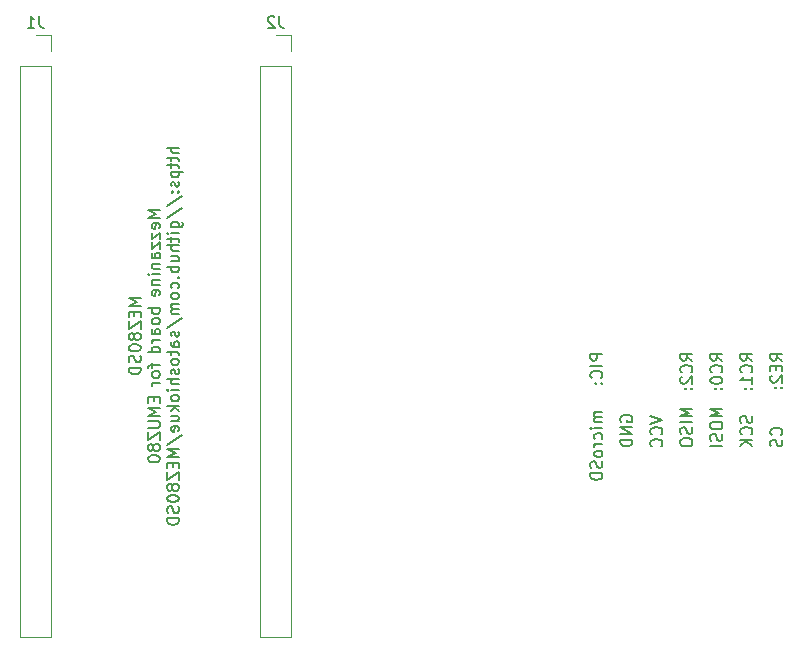
<source format=gbo>
G04 #@! TF.GenerationSoftware,KiCad,Pcbnew,(7.0.0-0)*
G04 #@! TF.CreationDate,2023-02-21T12:21:14+09:00*
G04 #@! TF.ProjectId,MEZ80SD,4d455a38-3053-4442-9e6b-696361645f70,A*
G04 #@! TF.SameCoordinates,PX5f5e100PY8f0d180*
G04 #@! TF.FileFunction,Legend,Bot*
G04 #@! TF.FilePolarity,Positive*
%FSLAX46Y46*%
G04 Gerber Fmt 4.6, Leading zero omitted, Abs format (unit mm)*
G04 Created by KiCad (PCBNEW (7.0.0-0)) date 2023-02-21 12:21:14*
%MOMM*%
%LPD*%
G01*
G04 APERTURE LIST*
%ADD10C,0.150000*%
%ADD11C,0.120000*%
G04 APERTURE END LIST*
D10*
X53072380Y20208905D02*
X52405714Y20208905D01*
X52500952Y20208905D02*
X52453333Y20161286D01*
X52453333Y20161286D02*
X52405714Y20066048D01*
X52405714Y20066048D02*
X52405714Y19923191D01*
X52405714Y19923191D02*
X52453333Y19827953D01*
X52453333Y19827953D02*
X52548571Y19780334D01*
X52548571Y19780334D02*
X53072380Y19780334D01*
X52548571Y19780334D02*
X52453333Y19732715D01*
X52453333Y19732715D02*
X52405714Y19637477D01*
X52405714Y19637477D02*
X52405714Y19494620D01*
X52405714Y19494620D02*
X52453333Y19399381D01*
X52453333Y19399381D02*
X52548571Y19351762D01*
X52548571Y19351762D02*
X53072380Y19351762D01*
X53072380Y18875572D02*
X52405714Y18875572D01*
X52072380Y18875572D02*
X52120000Y18923191D01*
X52120000Y18923191D02*
X52167619Y18875572D01*
X52167619Y18875572D02*
X52120000Y18827953D01*
X52120000Y18827953D02*
X52072380Y18875572D01*
X52072380Y18875572D02*
X52167619Y18875572D01*
X53024761Y17970811D02*
X53072380Y18066049D01*
X53072380Y18066049D02*
X53072380Y18256525D01*
X53072380Y18256525D02*
X53024761Y18351763D01*
X53024761Y18351763D02*
X52977142Y18399382D01*
X52977142Y18399382D02*
X52881904Y18447001D01*
X52881904Y18447001D02*
X52596190Y18447001D01*
X52596190Y18447001D02*
X52500952Y18399382D01*
X52500952Y18399382D02*
X52453333Y18351763D01*
X52453333Y18351763D02*
X52405714Y18256525D01*
X52405714Y18256525D02*
X52405714Y18066049D01*
X52405714Y18066049D02*
X52453333Y17970811D01*
X53072380Y17542239D02*
X52405714Y17542239D01*
X52596190Y17542239D02*
X52500952Y17494620D01*
X52500952Y17494620D02*
X52453333Y17447001D01*
X52453333Y17447001D02*
X52405714Y17351763D01*
X52405714Y17351763D02*
X52405714Y17256525D01*
X53072380Y16780334D02*
X53024761Y16875572D01*
X53024761Y16875572D02*
X52977142Y16923191D01*
X52977142Y16923191D02*
X52881904Y16970810D01*
X52881904Y16970810D02*
X52596190Y16970810D01*
X52596190Y16970810D02*
X52500952Y16923191D01*
X52500952Y16923191D02*
X52453333Y16875572D01*
X52453333Y16875572D02*
X52405714Y16780334D01*
X52405714Y16780334D02*
X52405714Y16637477D01*
X52405714Y16637477D02*
X52453333Y16542239D01*
X52453333Y16542239D02*
X52500952Y16494620D01*
X52500952Y16494620D02*
X52596190Y16447001D01*
X52596190Y16447001D02*
X52881904Y16447001D01*
X52881904Y16447001D02*
X52977142Y16494620D01*
X52977142Y16494620D02*
X53024761Y16542239D01*
X53024761Y16542239D02*
X53072380Y16637477D01*
X53072380Y16637477D02*
X53072380Y16780334D01*
X53024761Y16066048D02*
X53072380Y15923191D01*
X53072380Y15923191D02*
X53072380Y15685096D01*
X53072380Y15685096D02*
X53024761Y15589858D01*
X53024761Y15589858D02*
X52977142Y15542239D01*
X52977142Y15542239D02*
X52881904Y15494620D01*
X52881904Y15494620D02*
X52786666Y15494620D01*
X52786666Y15494620D02*
X52691428Y15542239D01*
X52691428Y15542239D02*
X52643809Y15589858D01*
X52643809Y15589858D02*
X52596190Y15685096D01*
X52596190Y15685096D02*
X52548571Y15875572D01*
X52548571Y15875572D02*
X52500952Y15970810D01*
X52500952Y15970810D02*
X52453333Y16018429D01*
X52453333Y16018429D02*
X52358095Y16066048D01*
X52358095Y16066048D02*
X52262857Y16066048D01*
X52262857Y16066048D02*
X52167619Y16018429D01*
X52167619Y16018429D02*
X52120000Y15970810D01*
X52120000Y15970810D02*
X52072380Y15875572D01*
X52072380Y15875572D02*
X52072380Y15637477D01*
X52072380Y15637477D02*
X52120000Y15494620D01*
X53072380Y15066048D02*
X52072380Y15066048D01*
X52072380Y15066048D02*
X52072380Y14827953D01*
X52072380Y14827953D02*
X52120000Y14685096D01*
X52120000Y14685096D02*
X52215238Y14589858D01*
X52215238Y14589858D02*
X52310476Y14542239D01*
X52310476Y14542239D02*
X52500952Y14494620D01*
X52500952Y14494620D02*
X52643809Y14494620D01*
X52643809Y14494620D02*
X52834285Y14542239D01*
X52834285Y14542239D02*
X52929523Y14589858D01*
X52929523Y14589858D02*
X53024761Y14685096D01*
X53024761Y14685096D02*
X53072380Y14827953D01*
X53072380Y14827953D02*
X53072380Y15066048D01*
X54660000Y19430715D02*
X54612380Y19525953D01*
X54612380Y19525953D02*
X54612380Y19668810D01*
X54612380Y19668810D02*
X54660000Y19811667D01*
X54660000Y19811667D02*
X54755238Y19906905D01*
X54755238Y19906905D02*
X54850476Y19954524D01*
X54850476Y19954524D02*
X55040952Y20002143D01*
X55040952Y20002143D02*
X55183809Y20002143D01*
X55183809Y20002143D02*
X55374285Y19954524D01*
X55374285Y19954524D02*
X55469523Y19906905D01*
X55469523Y19906905D02*
X55564761Y19811667D01*
X55564761Y19811667D02*
X55612380Y19668810D01*
X55612380Y19668810D02*
X55612380Y19573572D01*
X55612380Y19573572D02*
X55564761Y19430715D01*
X55564761Y19430715D02*
X55517142Y19383096D01*
X55517142Y19383096D02*
X55183809Y19383096D01*
X55183809Y19383096D02*
X55183809Y19573572D01*
X55612380Y18954524D02*
X54612380Y18954524D01*
X54612380Y18954524D02*
X55612380Y18383096D01*
X55612380Y18383096D02*
X54612380Y18383096D01*
X55612380Y17906905D02*
X54612380Y17906905D01*
X54612380Y17906905D02*
X54612380Y17668810D01*
X54612380Y17668810D02*
X54660000Y17525953D01*
X54660000Y17525953D02*
X54755238Y17430715D01*
X54755238Y17430715D02*
X54850476Y17383096D01*
X54850476Y17383096D02*
X55040952Y17335477D01*
X55040952Y17335477D02*
X55183809Y17335477D01*
X55183809Y17335477D02*
X55374285Y17383096D01*
X55374285Y17383096D02*
X55469523Y17430715D01*
X55469523Y17430715D02*
X55564761Y17525953D01*
X55564761Y17525953D02*
X55612380Y17668810D01*
X55612380Y17668810D02*
X55612380Y17906905D01*
X68217142Y18287858D02*
X68264761Y18335477D01*
X68264761Y18335477D02*
X68312380Y18478334D01*
X68312380Y18478334D02*
X68312380Y18573572D01*
X68312380Y18573572D02*
X68264761Y18716429D01*
X68264761Y18716429D02*
X68169523Y18811667D01*
X68169523Y18811667D02*
X68074285Y18859286D01*
X68074285Y18859286D02*
X67883809Y18906905D01*
X67883809Y18906905D02*
X67740952Y18906905D01*
X67740952Y18906905D02*
X67550476Y18859286D01*
X67550476Y18859286D02*
X67455238Y18811667D01*
X67455238Y18811667D02*
X67360000Y18716429D01*
X67360000Y18716429D02*
X67312380Y18573572D01*
X67312380Y18573572D02*
X67312380Y18478334D01*
X67312380Y18478334D02*
X67360000Y18335477D01*
X67360000Y18335477D02*
X67407619Y18287858D01*
X68264761Y17906905D02*
X68312380Y17764048D01*
X68312380Y17764048D02*
X68312380Y17525953D01*
X68312380Y17525953D02*
X68264761Y17430715D01*
X68264761Y17430715D02*
X68217142Y17383096D01*
X68217142Y17383096D02*
X68121904Y17335477D01*
X68121904Y17335477D02*
X68026666Y17335477D01*
X68026666Y17335477D02*
X67931428Y17383096D01*
X67931428Y17383096D02*
X67883809Y17430715D01*
X67883809Y17430715D02*
X67836190Y17525953D01*
X67836190Y17525953D02*
X67788571Y17716429D01*
X67788571Y17716429D02*
X67740952Y17811667D01*
X67740952Y17811667D02*
X67693333Y17859286D01*
X67693333Y17859286D02*
X67598095Y17906905D01*
X67598095Y17906905D02*
X67502857Y17906905D01*
X67502857Y17906905D02*
X67407619Y17859286D01*
X67407619Y17859286D02*
X67360000Y17811667D01*
X67360000Y17811667D02*
X67312380Y17716429D01*
X67312380Y17716429D02*
X67312380Y17478334D01*
X67312380Y17478334D02*
X67360000Y17335477D01*
X53072380Y25161905D02*
X52072380Y25161905D01*
X52072380Y25161905D02*
X52072380Y24780953D01*
X52072380Y24780953D02*
X52120000Y24685715D01*
X52120000Y24685715D02*
X52167619Y24638096D01*
X52167619Y24638096D02*
X52262857Y24590477D01*
X52262857Y24590477D02*
X52405714Y24590477D01*
X52405714Y24590477D02*
X52500952Y24638096D01*
X52500952Y24638096D02*
X52548571Y24685715D01*
X52548571Y24685715D02*
X52596190Y24780953D01*
X52596190Y24780953D02*
X52596190Y25161905D01*
X53072380Y24161905D02*
X52072380Y24161905D01*
X52977142Y23114287D02*
X53024761Y23161906D01*
X53024761Y23161906D02*
X53072380Y23304763D01*
X53072380Y23304763D02*
X53072380Y23400001D01*
X53072380Y23400001D02*
X53024761Y23542858D01*
X53024761Y23542858D02*
X52929523Y23638096D01*
X52929523Y23638096D02*
X52834285Y23685715D01*
X52834285Y23685715D02*
X52643809Y23733334D01*
X52643809Y23733334D02*
X52500952Y23733334D01*
X52500952Y23733334D02*
X52310476Y23685715D01*
X52310476Y23685715D02*
X52215238Y23638096D01*
X52215238Y23638096D02*
X52120000Y23542858D01*
X52120000Y23542858D02*
X52072380Y23400001D01*
X52072380Y23400001D02*
X52072380Y23304763D01*
X52072380Y23304763D02*
X52120000Y23161906D01*
X52120000Y23161906D02*
X52167619Y23114287D01*
X52977142Y22685715D02*
X53024761Y22638096D01*
X53024761Y22638096D02*
X53072380Y22685715D01*
X53072380Y22685715D02*
X53024761Y22733334D01*
X53024761Y22733334D02*
X52977142Y22685715D01*
X52977142Y22685715D02*
X53072380Y22685715D01*
X52453333Y22685715D02*
X52500952Y22638096D01*
X52500952Y22638096D02*
X52548571Y22685715D01*
X52548571Y22685715D02*
X52500952Y22733334D01*
X52500952Y22733334D02*
X52453333Y22685715D01*
X52453333Y22685715D02*
X52548571Y22685715D01*
X65724761Y19906905D02*
X65772380Y19764048D01*
X65772380Y19764048D02*
X65772380Y19525953D01*
X65772380Y19525953D02*
X65724761Y19430715D01*
X65724761Y19430715D02*
X65677142Y19383096D01*
X65677142Y19383096D02*
X65581904Y19335477D01*
X65581904Y19335477D02*
X65486666Y19335477D01*
X65486666Y19335477D02*
X65391428Y19383096D01*
X65391428Y19383096D02*
X65343809Y19430715D01*
X65343809Y19430715D02*
X65296190Y19525953D01*
X65296190Y19525953D02*
X65248571Y19716429D01*
X65248571Y19716429D02*
X65200952Y19811667D01*
X65200952Y19811667D02*
X65153333Y19859286D01*
X65153333Y19859286D02*
X65058095Y19906905D01*
X65058095Y19906905D02*
X64962857Y19906905D01*
X64962857Y19906905D02*
X64867619Y19859286D01*
X64867619Y19859286D02*
X64820000Y19811667D01*
X64820000Y19811667D02*
X64772380Y19716429D01*
X64772380Y19716429D02*
X64772380Y19478334D01*
X64772380Y19478334D02*
X64820000Y19335477D01*
X65677142Y18335477D02*
X65724761Y18383096D01*
X65724761Y18383096D02*
X65772380Y18525953D01*
X65772380Y18525953D02*
X65772380Y18621191D01*
X65772380Y18621191D02*
X65724761Y18764048D01*
X65724761Y18764048D02*
X65629523Y18859286D01*
X65629523Y18859286D02*
X65534285Y18906905D01*
X65534285Y18906905D02*
X65343809Y18954524D01*
X65343809Y18954524D02*
X65200952Y18954524D01*
X65200952Y18954524D02*
X65010476Y18906905D01*
X65010476Y18906905D02*
X64915238Y18859286D01*
X64915238Y18859286D02*
X64820000Y18764048D01*
X64820000Y18764048D02*
X64772380Y18621191D01*
X64772380Y18621191D02*
X64772380Y18525953D01*
X64772380Y18525953D02*
X64820000Y18383096D01*
X64820000Y18383096D02*
X64867619Y18335477D01*
X65772380Y17906905D02*
X64772380Y17906905D01*
X65772380Y17335477D02*
X65200952Y17764048D01*
X64772380Y17335477D02*
X65343809Y17906905D01*
X60692380Y24590477D02*
X60216190Y24923810D01*
X60692380Y25161905D02*
X59692380Y25161905D01*
X59692380Y25161905D02*
X59692380Y24780953D01*
X59692380Y24780953D02*
X59740000Y24685715D01*
X59740000Y24685715D02*
X59787619Y24638096D01*
X59787619Y24638096D02*
X59882857Y24590477D01*
X59882857Y24590477D02*
X60025714Y24590477D01*
X60025714Y24590477D02*
X60120952Y24638096D01*
X60120952Y24638096D02*
X60168571Y24685715D01*
X60168571Y24685715D02*
X60216190Y24780953D01*
X60216190Y24780953D02*
X60216190Y25161905D01*
X60597142Y23590477D02*
X60644761Y23638096D01*
X60644761Y23638096D02*
X60692380Y23780953D01*
X60692380Y23780953D02*
X60692380Y23876191D01*
X60692380Y23876191D02*
X60644761Y24019048D01*
X60644761Y24019048D02*
X60549523Y24114286D01*
X60549523Y24114286D02*
X60454285Y24161905D01*
X60454285Y24161905D02*
X60263809Y24209524D01*
X60263809Y24209524D02*
X60120952Y24209524D01*
X60120952Y24209524D02*
X59930476Y24161905D01*
X59930476Y24161905D02*
X59835238Y24114286D01*
X59835238Y24114286D02*
X59740000Y24019048D01*
X59740000Y24019048D02*
X59692380Y23876191D01*
X59692380Y23876191D02*
X59692380Y23780953D01*
X59692380Y23780953D02*
X59740000Y23638096D01*
X59740000Y23638096D02*
X59787619Y23590477D01*
X59787619Y23209524D02*
X59740000Y23161905D01*
X59740000Y23161905D02*
X59692380Y23066667D01*
X59692380Y23066667D02*
X59692380Y22828572D01*
X59692380Y22828572D02*
X59740000Y22733334D01*
X59740000Y22733334D02*
X59787619Y22685715D01*
X59787619Y22685715D02*
X59882857Y22638096D01*
X59882857Y22638096D02*
X59978095Y22638096D01*
X59978095Y22638096D02*
X60120952Y22685715D01*
X60120952Y22685715D02*
X60692380Y23257143D01*
X60692380Y23257143D02*
X60692380Y22638096D01*
X60597142Y22209524D02*
X60644761Y22161905D01*
X60644761Y22161905D02*
X60692380Y22209524D01*
X60692380Y22209524D02*
X60644761Y22257143D01*
X60644761Y22257143D02*
X60597142Y22209524D01*
X60597142Y22209524D02*
X60692380Y22209524D01*
X60073333Y22209524D02*
X60120952Y22161905D01*
X60120952Y22161905D02*
X60168571Y22209524D01*
X60168571Y22209524D02*
X60120952Y22257143D01*
X60120952Y22257143D02*
X60073333Y22209524D01*
X60073333Y22209524D02*
X60168571Y22209524D01*
X60692380Y20525952D02*
X59692380Y20525952D01*
X59692380Y20525952D02*
X60406666Y20192619D01*
X60406666Y20192619D02*
X59692380Y19859286D01*
X59692380Y19859286D02*
X60692380Y19859286D01*
X60692380Y19383095D02*
X59692380Y19383095D01*
X60644761Y18954524D02*
X60692380Y18811667D01*
X60692380Y18811667D02*
X60692380Y18573572D01*
X60692380Y18573572D02*
X60644761Y18478334D01*
X60644761Y18478334D02*
X60597142Y18430715D01*
X60597142Y18430715D02*
X60501904Y18383096D01*
X60501904Y18383096D02*
X60406666Y18383096D01*
X60406666Y18383096D02*
X60311428Y18430715D01*
X60311428Y18430715D02*
X60263809Y18478334D01*
X60263809Y18478334D02*
X60216190Y18573572D01*
X60216190Y18573572D02*
X60168571Y18764048D01*
X60168571Y18764048D02*
X60120952Y18859286D01*
X60120952Y18859286D02*
X60073333Y18906905D01*
X60073333Y18906905D02*
X59978095Y18954524D01*
X59978095Y18954524D02*
X59882857Y18954524D01*
X59882857Y18954524D02*
X59787619Y18906905D01*
X59787619Y18906905D02*
X59740000Y18859286D01*
X59740000Y18859286D02*
X59692380Y18764048D01*
X59692380Y18764048D02*
X59692380Y18525953D01*
X59692380Y18525953D02*
X59740000Y18383096D01*
X59692380Y17764048D02*
X59692380Y17573572D01*
X59692380Y17573572D02*
X59740000Y17478334D01*
X59740000Y17478334D02*
X59835238Y17383096D01*
X59835238Y17383096D02*
X60025714Y17335477D01*
X60025714Y17335477D02*
X60359047Y17335477D01*
X60359047Y17335477D02*
X60549523Y17383096D01*
X60549523Y17383096D02*
X60644761Y17478334D01*
X60644761Y17478334D02*
X60692380Y17573572D01*
X60692380Y17573572D02*
X60692380Y17764048D01*
X60692380Y17764048D02*
X60644761Y17859286D01*
X60644761Y17859286D02*
X60549523Y17954524D01*
X60549523Y17954524D02*
X60359047Y18002143D01*
X60359047Y18002143D02*
X60025714Y18002143D01*
X60025714Y18002143D02*
X59835238Y17954524D01*
X59835238Y17954524D02*
X59740000Y17859286D01*
X59740000Y17859286D02*
X59692380Y17764048D01*
X63232380Y20525952D02*
X62232380Y20525952D01*
X62232380Y20525952D02*
X62946666Y20192619D01*
X62946666Y20192619D02*
X62232380Y19859286D01*
X62232380Y19859286D02*
X63232380Y19859286D01*
X62232380Y19192619D02*
X62232380Y19002143D01*
X62232380Y19002143D02*
X62280000Y18906905D01*
X62280000Y18906905D02*
X62375238Y18811667D01*
X62375238Y18811667D02*
X62565714Y18764048D01*
X62565714Y18764048D02*
X62899047Y18764048D01*
X62899047Y18764048D02*
X63089523Y18811667D01*
X63089523Y18811667D02*
X63184761Y18906905D01*
X63184761Y18906905D02*
X63232380Y19002143D01*
X63232380Y19002143D02*
X63232380Y19192619D01*
X63232380Y19192619D02*
X63184761Y19287857D01*
X63184761Y19287857D02*
X63089523Y19383095D01*
X63089523Y19383095D02*
X62899047Y19430714D01*
X62899047Y19430714D02*
X62565714Y19430714D01*
X62565714Y19430714D02*
X62375238Y19383095D01*
X62375238Y19383095D02*
X62280000Y19287857D01*
X62280000Y19287857D02*
X62232380Y19192619D01*
X63184761Y18383095D02*
X63232380Y18240238D01*
X63232380Y18240238D02*
X63232380Y18002143D01*
X63232380Y18002143D02*
X63184761Y17906905D01*
X63184761Y17906905D02*
X63137142Y17859286D01*
X63137142Y17859286D02*
X63041904Y17811667D01*
X63041904Y17811667D02*
X62946666Y17811667D01*
X62946666Y17811667D02*
X62851428Y17859286D01*
X62851428Y17859286D02*
X62803809Y17906905D01*
X62803809Y17906905D02*
X62756190Y18002143D01*
X62756190Y18002143D02*
X62708571Y18192619D01*
X62708571Y18192619D02*
X62660952Y18287857D01*
X62660952Y18287857D02*
X62613333Y18335476D01*
X62613333Y18335476D02*
X62518095Y18383095D01*
X62518095Y18383095D02*
X62422857Y18383095D01*
X62422857Y18383095D02*
X62327619Y18335476D01*
X62327619Y18335476D02*
X62280000Y18287857D01*
X62280000Y18287857D02*
X62232380Y18192619D01*
X62232380Y18192619D02*
X62232380Y17954524D01*
X62232380Y17954524D02*
X62280000Y17811667D01*
X63232380Y17383095D02*
X62232380Y17383095D01*
X63232380Y24590477D02*
X62756190Y24923810D01*
X63232380Y25161905D02*
X62232380Y25161905D01*
X62232380Y25161905D02*
X62232380Y24780953D01*
X62232380Y24780953D02*
X62280000Y24685715D01*
X62280000Y24685715D02*
X62327619Y24638096D01*
X62327619Y24638096D02*
X62422857Y24590477D01*
X62422857Y24590477D02*
X62565714Y24590477D01*
X62565714Y24590477D02*
X62660952Y24638096D01*
X62660952Y24638096D02*
X62708571Y24685715D01*
X62708571Y24685715D02*
X62756190Y24780953D01*
X62756190Y24780953D02*
X62756190Y25161905D01*
X63137142Y23590477D02*
X63184761Y23638096D01*
X63184761Y23638096D02*
X63232380Y23780953D01*
X63232380Y23780953D02*
X63232380Y23876191D01*
X63232380Y23876191D02*
X63184761Y24019048D01*
X63184761Y24019048D02*
X63089523Y24114286D01*
X63089523Y24114286D02*
X62994285Y24161905D01*
X62994285Y24161905D02*
X62803809Y24209524D01*
X62803809Y24209524D02*
X62660952Y24209524D01*
X62660952Y24209524D02*
X62470476Y24161905D01*
X62470476Y24161905D02*
X62375238Y24114286D01*
X62375238Y24114286D02*
X62280000Y24019048D01*
X62280000Y24019048D02*
X62232380Y23876191D01*
X62232380Y23876191D02*
X62232380Y23780953D01*
X62232380Y23780953D02*
X62280000Y23638096D01*
X62280000Y23638096D02*
X62327619Y23590477D01*
X62232380Y22971429D02*
X62232380Y22876191D01*
X62232380Y22876191D02*
X62280000Y22780953D01*
X62280000Y22780953D02*
X62327619Y22733334D01*
X62327619Y22733334D02*
X62422857Y22685715D01*
X62422857Y22685715D02*
X62613333Y22638096D01*
X62613333Y22638096D02*
X62851428Y22638096D01*
X62851428Y22638096D02*
X63041904Y22685715D01*
X63041904Y22685715D02*
X63137142Y22733334D01*
X63137142Y22733334D02*
X63184761Y22780953D01*
X63184761Y22780953D02*
X63232380Y22876191D01*
X63232380Y22876191D02*
X63232380Y22971429D01*
X63232380Y22971429D02*
X63184761Y23066667D01*
X63184761Y23066667D02*
X63137142Y23114286D01*
X63137142Y23114286D02*
X63041904Y23161905D01*
X63041904Y23161905D02*
X62851428Y23209524D01*
X62851428Y23209524D02*
X62613333Y23209524D01*
X62613333Y23209524D02*
X62422857Y23161905D01*
X62422857Y23161905D02*
X62327619Y23114286D01*
X62327619Y23114286D02*
X62280000Y23066667D01*
X62280000Y23066667D02*
X62232380Y22971429D01*
X63137142Y22209524D02*
X63184761Y22161905D01*
X63184761Y22161905D02*
X63232380Y22209524D01*
X63232380Y22209524D02*
X63184761Y22257143D01*
X63184761Y22257143D02*
X63137142Y22209524D01*
X63137142Y22209524D02*
X63232380Y22209524D01*
X62613333Y22209524D02*
X62660952Y22161905D01*
X62660952Y22161905D02*
X62708571Y22209524D01*
X62708571Y22209524D02*
X62660952Y22257143D01*
X62660952Y22257143D02*
X62613333Y22209524D01*
X62613333Y22209524D02*
X62708571Y22209524D01*
X68312380Y24590477D02*
X67836190Y24923810D01*
X68312380Y25161905D02*
X67312380Y25161905D01*
X67312380Y25161905D02*
X67312380Y24780953D01*
X67312380Y24780953D02*
X67360000Y24685715D01*
X67360000Y24685715D02*
X67407619Y24638096D01*
X67407619Y24638096D02*
X67502857Y24590477D01*
X67502857Y24590477D02*
X67645714Y24590477D01*
X67645714Y24590477D02*
X67740952Y24638096D01*
X67740952Y24638096D02*
X67788571Y24685715D01*
X67788571Y24685715D02*
X67836190Y24780953D01*
X67836190Y24780953D02*
X67836190Y25161905D01*
X67788571Y24161905D02*
X67788571Y23828572D01*
X68312380Y23685715D02*
X68312380Y24161905D01*
X68312380Y24161905D02*
X67312380Y24161905D01*
X67312380Y24161905D02*
X67312380Y23685715D01*
X67407619Y23304762D02*
X67360000Y23257143D01*
X67360000Y23257143D02*
X67312380Y23161905D01*
X67312380Y23161905D02*
X67312380Y22923810D01*
X67312380Y22923810D02*
X67360000Y22828572D01*
X67360000Y22828572D02*
X67407619Y22780953D01*
X67407619Y22780953D02*
X67502857Y22733334D01*
X67502857Y22733334D02*
X67598095Y22733334D01*
X67598095Y22733334D02*
X67740952Y22780953D01*
X67740952Y22780953D02*
X68312380Y23352381D01*
X68312380Y23352381D02*
X68312380Y22733334D01*
X68217142Y22304762D02*
X68264761Y22257143D01*
X68264761Y22257143D02*
X68312380Y22304762D01*
X68312380Y22304762D02*
X68264761Y22352381D01*
X68264761Y22352381D02*
X68217142Y22304762D01*
X68217142Y22304762D02*
X68312380Y22304762D01*
X67693333Y22304762D02*
X67740952Y22257143D01*
X67740952Y22257143D02*
X67788571Y22304762D01*
X67788571Y22304762D02*
X67740952Y22352381D01*
X67740952Y22352381D02*
X67693333Y22304762D01*
X67693333Y22304762D02*
X67788571Y22304762D01*
X13987380Y29860476D02*
X12987380Y29860476D01*
X12987380Y29860476D02*
X13701666Y29527143D01*
X13701666Y29527143D02*
X12987380Y29193810D01*
X12987380Y29193810D02*
X13987380Y29193810D01*
X13463571Y28717619D02*
X13463571Y28384286D01*
X13987380Y28241429D02*
X13987380Y28717619D01*
X13987380Y28717619D02*
X12987380Y28717619D01*
X12987380Y28717619D02*
X12987380Y28241429D01*
X12987380Y27908095D02*
X12987380Y27241429D01*
X12987380Y27241429D02*
X13987380Y27908095D01*
X13987380Y27908095D02*
X13987380Y27241429D01*
X13415952Y26717619D02*
X13368333Y26812857D01*
X13368333Y26812857D02*
X13320714Y26860476D01*
X13320714Y26860476D02*
X13225476Y26908095D01*
X13225476Y26908095D02*
X13177857Y26908095D01*
X13177857Y26908095D02*
X13082619Y26860476D01*
X13082619Y26860476D02*
X13035000Y26812857D01*
X13035000Y26812857D02*
X12987380Y26717619D01*
X12987380Y26717619D02*
X12987380Y26527143D01*
X12987380Y26527143D02*
X13035000Y26431905D01*
X13035000Y26431905D02*
X13082619Y26384286D01*
X13082619Y26384286D02*
X13177857Y26336667D01*
X13177857Y26336667D02*
X13225476Y26336667D01*
X13225476Y26336667D02*
X13320714Y26384286D01*
X13320714Y26384286D02*
X13368333Y26431905D01*
X13368333Y26431905D02*
X13415952Y26527143D01*
X13415952Y26527143D02*
X13415952Y26717619D01*
X13415952Y26717619D02*
X13463571Y26812857D01*
X13463571Y26812857D02*
X13511190Y26860476D01*
X13511190Y26860476D02*
X13606428Y26908095D01*
X13606428Y26908095D02*
X13796904Y26908095D01*
X13796904Y26908095D02*
X13892142Y26860476D01*
X13892142Y26860476D02*
X13939761Y26812857D01*
X13939761Y26812857D02*
X13987380Y26717619D01*
X13987380Y26717619D02*
X13987380Y26527143D01*
X13987380Y26527143D02*
X13939761Y26431905D01*
X13939761Y26431905D02*
X13892142Y26384286D01*
X13892142Y26384286D02*
X13796904Y26336667D01*
X13796904Y26336667D02*
X13606428Y26336667D01*
X13606428Y26336667D02*
X13511190Y26384286D01*
X13511190Y26384286D02*
X13463571Y26431905D01*
X13463571Y26431905D02*
X13415952Y26527143D01*
X12987380Y25717619D02*
X12987380Y25622381D01*
X12987380Y25622381D02*
X13035000Y25527143D01*
X13035000Y25527143D02*
X13082619Y25479524D01*
X13082619Y25479524D02*
X13177857Y25431905D01*
X13177857Y25431905D02*
X13368333Y25384286D01*
X13368333Y25384286D02*
X13606428Y25384286D01*
X13606428Y25384286D02*
X13796904Y25431905D01*
X13796904Y25431905D02*
X13892142Y25479524D01*
X13892142Y25479524D02*
X13939761Y25527143D01*
X13939761Y25527143D02*
X13987380Y25622381D01*
X13987380Y25622381D02*
X13987380Y25717619D01*
X13987380Y25717619D02*
X13939761Y25812857D01*
X13939761Y25812857D02*
X13892142Y25860476D01*
X13892142Y25860476D02*
X13796904Y25908095D01*
X13796904Y25908095D02*
X13606428Y25955714D01*
X13606428Y25955714D02*
X13368333Y25955714D01*
X13368333Y25955714D02*
X13177857Y25908095D01*
X13177857Y25908095D02*
X13082619Y25860476D01*
X13082619Y25860476D02*
X13035000Y25812857D01*
X13035000Y25812857D02*
X12987380Y25717619D01*
X13939761Y25003333D02*
X13987380Y24860476D01*
X13987380Y24860476D02*
X13987380Y24622381D01*
X13987380Y24622381D02*
X13939761Y24527143D01*
X13939761Y24527143D02*
X13892142Y24479524D01*
X13892142Y24479524D02*
X13796904Y24431905D01*
X13796904Y24431905D02*
X13701666Y24431905D01*
X13701666Y24431905D02*
X13606428Y24479524D01*
X13606428Y24479524D02*
X13558809Y24527143D01*
X13558809Y24527143D02*
X13511190Y24622381D01*
X13511190Y24622381D02*
X13463571Y24812857D01*
X13463571Y24812857D02*
X13415952Y24908095D01*
X13415952Y24908095D02*
X13368333Y24955714D01*
X13368333Y24955714D02*
X13273095Y25003333D01*
X13273095Y25003333D02*
X13177857Y25003333D01*
X13177857Y25003333D02*
X13082619Y24955714D01*
X13082619Y24955714D02*
X13035000Y24908095D01*
X13035000Y24908095D02*
X12987380Y24812857D01*
X12987380Y24812857D02*
X12987380Y24574762D01*
X12987380Y24574762D02*
X13035000Y24431905D01*
X13987380Y24003333D02*
X12987380Y24003333D01*
X12987380Y24003333D02*
X12987380Y23765238D01*
X12987380Y23765238D02*
X13035000Y23622381D01*
X13035000Y23622381D02*
X13130238Y23527143D01*
X13130238Y23527143D02*
X13225476Y23479524D01*
X13225476Y23479524D02*
X13415952Y23431905D01*
X13415952Y23431905D02*
X13558809Y23431905D01*
X13558809Y23431905D02*
X13749285Y23479524D01*
X13749285Y23479524D02*
X13844523Y23527143D01*
X13844523Y23527143D02*
X13939761Y23622381D01*
X13939761Y23622381D02*
X13987380Y23765238D01*
X13987380Y23765238D02*
X13987380Y24003333D01*
X15607380Y37308096D02*
X14607380Y37308096D01*
X14607380Y37308096D02*
X15321666Y36974763D01*
X15321666Y36974763D02*
X14607380Y36641430D01*
X14607380Y36641430D02*
X15607380Y36641430D01*
X15559761Y35784287D02*
X15607380Y35879525D01*
X15607380Y35879525D02*
X15607380Y36070001D01*
X15607380Y36070001D02*
X15559761Y36165239D01*
X15559761Y36165239D02*
X15464523Y36212858D01*
X15464523Y36212858D02*
X15083571Y36212858D01*
X15083571Y36212858D02*
X14988333Y36165239D01*
X14988333Y36165239D02*
X14940714Y36070001D01*
X14940714Y36070001D02*
X14940714Y35879525D01*
X14940714Y35879525D02*
X14988333Y35784287D01*
X14988333Y35784287D02*
X15083571Y35736668D01*
X15083571Y35736668D02*
X15178809Y35736668D01*
X15178809Y35736668D02*
X15274047Y36212858D01*
X14940714Y35403334D02*
X14940714Y34879525D01*
X14940714Y34879525D02*
X15607380Y35403334D01*
X15607380Y35403334D02*
X15607380Y34879525D01*
X14940714Y34593810D02*
X14940714Y34070001D01*
X14940714Y34070001D02*
X15607380Y34593810D01*
X15607380Y34593810D02*
X15607380Y34070001D01*
X15607380Y33260477D02*
X15083571Y33260477D01*
X15083571Y33260477D02*
X14988333Y33308096D01*
X14988333Y33308096D02*
X14940714Y33403334D01*
X14940714Y33403334D02*
X14940714Y33593810D01*
X14940714Y33593810D02*
X14988333Y33689048D01*
X15559761Y33260477D02*
X15607380Y33355715D01*
X15607380Y33355715D02*
X15607380Y33593810D01*
X15607380Y33593810D02*
X15559761Y33689048D01*
X15559761Y33689048D02*
X15464523Y33736667D01*
X15464523Y33736667D02*
X15369285Y33736667D01*
X15369285Y33736667D02*
X15274047Y33689048D01*
X15274047Y33689048D02*
X15226428Y33593810D01*
X15226428Y33593810D02*
X15226428Y33355715D01*
X15226428Y33355715D02*
X15178809Y33260477D01*
X14940714Y32784286D02*
X15607380Y32784286D01*
X15035952Y32784286D02*
X14988333Y32736667D01*
X14988333Y32736667D02*
X14940714Y32641429D01*
X14940714Y32641429D02*
X14940714Y32498572D01*
X14940714Y32498572D02*
X14988333Y32403334D01*
X14988333Y32403334D02*
X15083571Y32355715D01*
X15083571Y32355715D02*
X15607380Y32355715D01*
X15607380Y31879524D02*
X14940714Y31879524D01*
X14607380Y31879524D02*
X14655000Y31927143D01*
X14655000Y31927143D02*
X14702619Y31879524D01*
X14702619Y31879524D02*
X14655000Y31831905D01*
X14655000Y31831905D02*
X14607380Y31879524D01*
X14607380Y31879524D02*
X14702619Y31879524D01*
X14940714Y31403334D02*
X15607380Y31403334D01*
X15035952Y31403334D02*
X14988333Y31355715D01*
X14988333Y31355715D02*
X14940714Y31260477D01*
X14940714Y31260477D02*
X14940714Y31117620D01*
X14940714Y31117620D02*
X14988333Y31022382D01*
X14988333Y31022382D02*
X15083571Y30974763D01*
X15083571Y30974763D02*
X15607380Y30974763D01*
X15559761Y30117620D02*
X15607380Y30212858D01*
X15607380Y30212858D02*
X15607380Y30403334D01*
X15607380Y30403334D02*
X15559761Y30498572D01*
X15559761Y30498572D02*
X15464523Y30546191D01*
X15464523Y30546191D02*
X15083571Y30546191D01*
X15083571Y30546191D02*
X14988333Y30498572D01*
X14988333Y30498572D02*
X14940714Y30403334D01*
X14940714Y30403334D02*
X14940714Y30212858D01*
X14940714Y30212858D02*
X14988333Y30117620D01*
X14988333Y30117620D02*
X15083571Y30070001D01*
X15083571Y30070001D02*
X15178809Y30070001D01*
X15178809Y30070001D02*
X15274047Y30546191D01*
X15607380Y29041429D02*
X14607380Y29041429D01*
X14988333Y29041429D02*
X14940714Y28946191D01*
X14940714Y28946191D02*
X14940714Y28755715D01*
X14940714Y28755715D02*
X14988333Y28660477D01*
X14988333Y28660477D02*
X15035952Y28612858D01*
X15035952Y28612858D02*
X15131190Y28565239D01*
X15131190Y28565239D02*
X15416904Y28565239D01*
X15416904Y28565239D02*
X15512142Y28612858D01*
X15512142Y28612858D02*
X15559761Y28660477D01*
X15559761Y28660477D02*
X15607380Y28755715D01*
X15607380Y28755715D02*
X15607380Y28946191D01*
X15607380Y28946191D02*
X15559761Y29041429D01*
X15607380Y27993810D02*
X15559761Y28089048D01*
X15559761Y28089048D02*
X15512142Y28136667D01*
X15512142Y28136667D02*
X15416904Y28184286D01*
X15416904Y28184286D02*
X15131190Y28184286D01*
X15131190Y28184286D02*
X15035952Y28136667D01*
X15035952Y28136667D02*
X14988333Y28089048D01*
X14988333Y28089048D02*
X14940714Y27993810D01*
X14940714Y27993810D02*
X14940714Y27850953D01*
X14940714Y27850953D02*
X14988333Y27755715D01*
X14988333Y27755715D02*
X15035952Y27708096D01*
X15035952Y27708096D02*
X15131190Y27660477D01*
X15131190Y27660477D02*
X15416904Y27660477D01*
X15416904Y27660477D02*
X15512142Y27708096D01*
X15512142Y27708096D02*
X15559761Y27755715D01*
X15559761Y27755715D02*
X15607380Y27850953D01*
X15607380Y27850953D02*
X15607380Y27993810D01*
X15607380Y26803334D02*
X15083571Y26803334D01*
X15083571Y26803334D02*
X14988333Y26850953D01*
X14988333Y26850953D02*
X14940714Y26946191D01*
X14940714Y26946191D02*
X14940714Y27136667D01*
X14940714Y27136667D02*
X14988333Y27231905D01*
X15559761Y26803334D02*
X15607380Y26898572D01*
X15607380Y26898572D02*
X15607380Y27136667D01*
X15607380Y27136667D02*
X15559761Y27231905D01*
X15559761Y27231905D02*
X15464523Y27279524D01*
X15464523Y27279524D02*
X15369285Y27279524D01*
X15369285Y27279524D02*
X15274047Y27231905D01*
X15274047Y27231905D02*
X15226428Y27136667D01*
X15226428Y27136667D02*
X15226428Y26898572D01*
X15226428Y26898572D02*
X15178809Y26803334D01*
X15607380Y26327143D02*
X14940714Y26327143D01*
X15131190Y26327143D02*
X15035952Y26279524D01*
X15035952Y26279524D02*
X14988333Y26231905D01*
X14988333Y26231905D02*
X14940714Y26136667D01*
X14940714Y26136667D02*
X14940714Y26041429D01*
X15607380Y25279524D02*
X14607380Y25279524D01*
X15559761Y25279524D02*
X15607380Y25374762D01*
X15607380Y25374762D02*
X15607380Y25565238D01*
X15607380Y25565238D02*
X15559761Y25660476D01*
X15559761Y25660476D02*
X15512142Y25708095D01*
X15512142Y25708095D02*
X15416904Y25755714D01*
X15416904Y25755714D02*
X15131190Y25755714D01*
X15131190Y25755714D02*
X15035952Y25708095D01*
X15035952Y25708095D02*
X14988333Y25660476D01*
X14988333Y25660476D02*
X14940714Y25565238D01*
X14940714Y25565238D02*
X14940714Y25374762D01*
X14940714Y25374762D02*
X14988333Y25279524D01*
X14940714Y24346190D02*
X14940714Y23965238D01*
X15607380Y24203333D02*
X14750238Y24203333D01*
X14750238Y24203333D02*
X14655000Y24155714D01*
X14655000Y24155714D02*
X14607380Y24060476D01*
X14607380Y24060476D02*
X14607380Y23965238D01*
X15607380Y23489047D02*
X15559761Y23584285D01*
X15559761Y23584285D02*
X15512142Y23631904D01*
X15512142Y23631904D02*
X15416904Y23679523D01*
X15416904Y23679523D02*
X15131190Y23679523D01*
X15131190Y23679523D02*
X15035952Y23631904D01*
X15035952Y23631904D02*
X14988333Y23584285D01*
X14988333Y23584285D02*
X14940714Y23489047D01*
X14940714Y23489047D02*
X14940714Y23346190D01*
X14940714Y23346190D02*
X14988333Y23250952D01*
X14988333Y23250952D02*
X15035952Y23203333D01*
X15035952Y23203333D02*
X15131190Y23155714D01*
X15131190Y23155714D02*
X15416904Y23155714D01*
X15416904Y23155714D02*
X15512142Y23203333D01*
X15512142Y23203333D02*
X15559761Y23250952D01*
X15559761Y23250952D02*
X15607380Y23346190D01*
X15607380Y23346190D02*
X15607380Y23489047D01*
X15607380Y22727142D02*
X14940714Y22727142D01*
X15131190Y22727142D02*
X15035952Y22679523D01*
X15035952Y22679523D02*
X14988333Y22631904D01*
X14988333Y22631904D02*
X14940714Y22536666D01*
X14940714Y22536666D02*
X14940714Y22441428D01*
X15083571Y21508094D02*
X15083571Y21174761D01*
X15607380Y21031904D02*
X15607380Y21508094D01*
X15607380Y21508094D02*
X14607380Y21508094D01*
X14607380Y21508094D02*
X14607380Y21031904D01*
X15607380Y20603332D02*
X14607380Y20603332D01*
X14607380Y20603332D02*
X15321666Y20269999D01*
X15321666Y20269999D02*
X14607380Y19936666D01*
X14607380Y19936666D02*
X15607380Y19936666D01*
X14607380Y19460475D02*
X15416904Y19460475D01*
X15416904Y19460475D02*
X15512142Y19412856D01*
X15512142Y19412856D02*
X15559761Y19365237D01*
X15559761Y19365237D02*
X15607380Y19269999D01*
X15607380Y19269999D02*
X15607380Y19079523D01*
X15607380Y19079523D02*
X15559761Y18984285D01*
X15559761Y18984285D02*
X15512142Y18936666D01*
X15512142Y18936666D02*
X15416904Y18889047D01*
X15416904Y18889047D02*
X14607380Y18889047D01*
X14607380Y18508094D02*
X14607380Y17841428D01*
X14607380Y17841428D02*
X15607380Y18508094D01*
X15607380Y18508094D02*
X15607380Y17841428D01*
X15035952Y17317618D02*
X14988333Y17412856D01*
X14988333Y17412856D02*
X14940714Y17460475D01*
X14940714Y17460475D02*
X14845476Y17508094D01*
X14845476Y17508094D02*
X14797857Y17508094D01*
X14797857Y17508094D02*
X14702619Y17460475D01*
X14702619Y17460475D02*
X14655000Y17412856D01*
X14655000Y17412856D02*
X14607380Y17317618D01*
X14607380Y17317618D02*
X14607380Y17127142D01*
X14607380Y17127142D02*
X14655000Y17031904D01*
X14655000Y17031904D02*
X14702619Y16984285D01*
X14702619Y16984285D02*
X14797857Y16936666D01*
X14797857Y16936666D02*
X14845476Y16936666D01*
X14845476Y16936666D02*
X14940714Y16984285D01*
X14940714Y16984285D02*
X14988333Y17031904D01*
X14988333Y17031904D02*
X15035952Y17127142D01*
X15035952Y17127142D02*
X15035952Y17317618D01*
X15035952Y17317618D02*
X15083571Y17412856D01*
X15083571Y17412856D02*
X15131190Y17460475D01*
X15131190Y17460475D02*
X15226428Y17508094D01*
X15226428Y17508094D02*
X15416904Y17508094D01*
X15416904Y17508094D02*
X15512142Y17460475D01*
X15512142Y17460475D02*
X15559761Y17412856D01*
X15559761Y17412856D02*
X15607380Y17317618D01*
X15607380Y17317618D02*
X15607380Y17127142D01*
X15607380Y17127142D02*
X15559761Y17031904D01*
X15559761Y17031904D02*
X15512142Y16984285D01*
X15512142Y16984285D02*
X15416904Y16936666D01*
X15416904Y16936666D02*
X15226428Y16936666D01*
X15226428Y16936666D02*
X15131190Y16984285D01*
X15131190Y16984285D02*
X15083571Y17031904D01*
X15083571Y17031904D02*
X15035952Y17127142D01*
X14607380Y16317618D02*
X14607380Y16222380D01*
X14607380Y16222380D02*
X14655000Y16127142D01*
X14655000Y16127142D02*
X14702619Y16079523D01*
X14702619Y16079523D02*
X14797857Y16031904D01*
X14797857Y16031904D02*
X14988333Y15984285D01*
X14988333Y15984285D02*
X15226428Y15984285D01*
X15226428Y15984285D02*
X15416904Y16031904D01*
X15416904Y16031904D02*
X15512142Y16079523D01*
X15512142Y16079523D02*
X15559761Y16127142D01*
X15559761Y16127142D02*
X15607380Y16222380D01*
X15607380Y16222380D02*
X15607380Y16317618D01*
X15607380Y16317618D02*
X15559761Y16412856D01*
X15559761Y16412856D02*
X15512142Y16460475D01*
X15512142Y16460475D02*
X15416904Y16508094D01*
X15416904Y16508094D02*
X15226428Y16555713D01*
X15226428Y16555713D02*
X14988333Y16555713D01*
X14988333Y16555713D02*
X14797857Y16508094D01*
X14797857Y16508094D02*
X14702619Y16460475D01*
X14702619Y16460475D02*
X14655000Y16412856D01*
X14655000Y16412856D02*
X14607380Y16317618D01*
X17227380Y42622382D02*
X16227380Y42622382D01*
X17227380Y42193811D02*
X16703571Y42193811D01*
X16703571Y42193811D02*
X16608333Y42241430D01*
X16608333Y42241430D02*
X16560714Y42336668D01*
X16560714Y42336668D02*
X16560714Y42479525D01*
X16560714Y42479525D02*
X16608333Y42574763D01*
X16608333Y42574763D02*
X16655952Y42622382D01*
X16560714Y41860477D02*
X16560714Y41479525D01*
X16227380Y41717620D02*
X17084523Y41717620D01*
X17084523Y41717620D02*
X17179761Y41670001D01*
X17179761Y41670001D02*
X17227380Y41574763D01*
X17227380Y41574763D02*
X17227380Y41479525D01*
X16560714Y41289048D02*
X16560714Y40908096D01*
X16227380Y41146191D02*
X17084523Y41146191D01*
X17084523Y41146191D02*
X17179761Y41098572D01*
X17179761Y41098572D02*
X17227380Y41003334D01*
X17227380Y41003334D02*
X17227380Y40908096D01*
X16560714Y40574762D02*
X17560714Y40574762D01*
X16608333Y40574762D02*
X16560714Y40479524D01*
X16560714Y40479524D02*
X16560714Y40289048D01*
X16560714Y40289048D02*
X16608333Y40193810D01*
X16608333Y40193810D02*
X16655952Y40146191D01*
X16655952Y40146191D02*
X16751190Y40098572D01*
X16751190Y40098572D02*
X17036904Y40098572D01*
X17036904Y40098572D02*
X17132142Y40146191D01*
X17132142Y40146191D02*
X17179761Y40193810D01*
X17179761Y40193810D02*
X17227380Y40289048D01*
X17227380Y40289048D02*
X17227380Y40479524D01*
X17227380Y40479524D02*
X17179761Y40574762D01*
X17179761Y39717619D02*
X17227380Y39622381D01*
X17227380Y39622381D02*
X17227380Y39431905D01*
X17227380Y39431905D02*
X17179761Y39336667D01*
X17179761Y39336667D02*
X17084523Y39289048D01*
X17084523Y39289048D02*
X17036904Y39289048D01*
X17036904Y39289048D02*
X16941666Y39336667D01*
X16941666Y39336667D02*
X16894047Y39431905D01*
X16894047Y39431905D02*
X16894047Y39574762D01*
X16894047Y39574762D02*
X16846428Y39670000D01*
X16846428Y39670000D02*
X16751190Y39717619D01*
X16751190Y39717619D02*
X16703571Y39717619D01*
X16703571Y39717619D02*
X16608333Y39670000D01*
X16608333Y39670000D02*
X16560714Y39574762D01*
X16560714Y39574762D02*
X16560714Y39431905D01*
X16560714Y39431905D02*
X16608333Y39336667D01*
X17132142Y38860476D02*
X17179761Y38812857D01*
X17179761Y38812857D02*
X17227380Y38860476D01*
X17227380Y38860476D02*
X17179761Y38908095D01*
X17179761Y38908095D02*
X17132142Y38860476D01*
X17132142Y38860476D02*
X17227380Y38860476D01*
X16608333Y38860476D02*
X16655952Y38812857D01*
X16655952Y38812857D02*
X16703571Y38860476D01*
X16703571Y38860476D02*
X16655952Y38908095D01*
X16655952Y38908095D02*
X16608333Y38860476D01*
X16608333Y38860476D02*
X16703571Y38860476D01*
X16179761Y37670001D02*
X17465476Y38527143D01*
X16179761Y36622382D02*
X17465476Y37479524D01*
X16560714Y35860477D02*
X17370238Y35860477D01*
X17370238Y35860477D02*
X17465476Y35908096D01*
X17465476Y35908096D02*
X17513095Y35955715D01*
X17513095Y35955715D02*
X17560714Y36050953D01*
X17560714Y36050953D02*
X17560714Y36193810D01*
X17560714Y36193810D02*
X17513095Y36289048D01*
X17179761Y35860477D02*
X17227380Y35955715D01*
X17227380Y35955715D02*
X17227380Y36146191D01*
X17227380Y36146191D02*
X17179761Y36241429D01*
X17179761Y36241429D02*
X17132142Y36289048D01*
X17132142Y36289048D02*
X17036904Y36336667D01*
X17036904Y36336667D02*
X16751190Y36336667D01*
X16751190Y36336667D02*
X16655952Y36289048D01*
X16655952Y36289048D02*
X16608333Y36241429D01*
X16608333Y36241429D02*
X16560714Y36146191D01*
X16560714Y36146191D02*
X16560714Y35955715D01*
X16560714Y35955715D02*
X16608333Y35860477D01*
X17227380Y35384286D02*
X16560714Y35384286D01*
X16227380Y35384286D02*
X16275000Y35431905D01*
X16275000Y35431905D02*
X16322619Y35384286D01*
X16322619Y35384286D02*
X16275000Y35336667D01*
X16275000Y35336667D02*
X16227380Y35384286D01*
X16227380Y35384286D02*
X16322619Y35384286D01*
X16560714Y35050953D02*
X16560714Y34670001D01*
X16227380Y34908096D02*
X17084523Y34908096D01*
X17084523Y34908096D02*
X17179761Y34860477D01*
X17179761Y34860477D02*
X17227380Y34765239D01*
X17227380Y34765239D02*
X17227380Y34670001D01*
X17227380Y34336667D02*
X16227380Y34336667D01*
X17227380Y33908096D02*
X16703571Y33908096D01*
X16703571Y33908096D02*
X16608333Y33955715D01*
X16608333Y33955715D02*
X16560714Y34050953D01*
X16560714Y34050953D02*
X16560714Y34193810D01*
X16560714Y34193810D02*
X16608333Y34289048D01*
X16608333Y34289048D02*
X16655952Y34336667D01*
X16560714Y33003334D02*
X17227380Y33003334D01*
X16560714Y33431905D02*
X17084523Y33431905D01*
X17084523Y33431905D02*
X17179761Y33384286D01*
X17179761Y33384286D02*
X17227380Y33289048D01*
X17227380Y33289048D02*
X17227380Y33146191D01*
X17227380Y33146191D02*
X17179761Y33050953D01*
X17179761Y33050953D02*
X17132142Y33003334D01*
X17227380Y32527143D02*
X16227380Y32527143D01*
X16608333Y32527143D02*
X16560714Y32431905D01*
X16560714Y32431905D02*
X16560714Y32241429D01*
X16560714Y32241429D02*
X16608333Y32146191D01*
X16608333Y32146191D02*
X16655952Y32098572D01*
X16655952Y32098572D02*
X16751190Y32050953D01*
X16751190Y32050953D02*
X17036904Y32050953D01*
X17036904Y32050953D02*
X17132142Y32098572D01*
X17132142Y32098572D02*
X17179761Y32146191D01*
X17179761Y32146191D02*
X17227380Y32241429D01*
X17227380Y32241429D02*
X17227380Y32431905D01*
X17227380Y32431905D02*
X17179761Y32527143D01*
X17132142Y31622381D02*
X17179761Y31574762D01*
X17179761Y31574762D02*
X17227380Y31622381D01*
X17227380Y31622381D02*
X17179761Y31670000D01*
X17179761Y31670000D02*
X17132142Y31622381D01*
X17132142Y31622381D02*
X17227380Y31622381D01*
X17179761Y30717620D02*
X17227380Y30812858D01*
X17227380Y30812858D02*
X17227380Y31003334D01*
X17227380Y31003334D02*
X17179761Y31098572D01*
X17179761Y31098572D02*
X17132142Y31146191D01*
X17132142Y31146191D02*
X17036904Y31193810D01*
X17036904Y31193810D02*
X16751190Y31193810D01*
X16751190Y31193810D02*
X16655952Y31146191D01*
X16655952Y31146191D02*
X16608333Y31098572D01*
X16608333Y31098572D02*
X16560714Y31003334D01*
X16560714Y31003334D02*
X16560714Y30812858D01*
X16560714Y30812858D02*
X16608333Y30717620D01*
X17227380Y30146191D02*
X17179761Y30241429D01*
X17179761Y30241429D02*
X17132142Y30289048D01*
X17132142Y30289048D02*
X17036904Y30336667D01*
X17036904Y30336667D02*
X16751190Y30336667D01*
X16751190Y30336667D02*
X16655952Y30289048D01*
X16655952Y30289048D02*
X16608333Y30241429D01*
X16608333Y30241429D02*
X16560714Y30146191D01*
X16560714Y30146191D02*
X16560714Y30003334D01*
X16560714Y30003334D02*
X16608333Y29908096D01*
X16608333Y29908096D02*
X16655952Y29860477D01*
X16655952Y29860477D02*
X16751190Y29812858D01*
X16751190Y29812858D02*
X17036904Y29812858D01*
X17036904Y29812858D02*
X17132142Y29860477D01*
X17132142Y29860477D02*
X17179761Y29908096D01*
X17179761Y29908096D02*
X17227380Y30003334D01*
X17227380Y30003334D02*
X17227380Y30146191D01*
X17227380Y29384286D02*
X16560714Y29384286D01*
X16655952Y29384286D02*
X16608333Y29336667D01*
X16608333Y29336667D02*
X16560714Y29241429D01*
X16560714Y29241429D02*
X16560714Y29098572D01*
X16560714Y29098572D02*
X16608333Y29003334D01*
X16608333Y29003334D02*
X16703571Y28955715D01*
X16703571Y28955715D02*
X17227380Y28955715D01*
X16703571Y28955715D02*
X16608333Y28908096D01*
X16608333Y28908096D02*
X16560714Y28812858D01*
X16560714Y28812858D02*
X16560714Y28670001D01*
X16560714Y28670001D02*
X16608333Y28574762D01*
X16608333Y28574762D02*
X16703571Y28527143D01*
X16703571Y28527143D02*
X17227380Y28527143D01*
X16179761Y27336668D02*
X17465476Y28193810D01*
X17179761Y27050953D02*
X17227380Y26955715D01*
X17227380Y26955715D02*
X17227380Y26765239D01*
X17227380Y26765239D02*
X17179761Y26670001D01*
X17179761Y26670001D02*
X17084523Y26622382D01*
X17084523Y26622382D02*
X17036904Y26622382D01*
X17036904Y26622382D02*
X16941666Y26670001D01*
X16941666Y26670001D02*
X16894047Y26765239D01*
X16894047Y26765239D02*
X16894047Y26908096D01*
X16894047Y26908096D02*
X16846428Y27003334D01*
X16846428Y27003334D02*
X16751190Y27050953D01*
X16751190Y27050953D02*
X16703571Y27050953D01*
X16703571Y27050953D02*
X16608333Y27003334D01*
X16608333Y27003334D02*
X16560714Y26908096D01*
X16560714Y26908096D02*
X16560714Y26765239D01*
X16560714Y26765239D02*
X16608333Y26670001D01*
X17227380Y25765239D02*
X16703571Y25765239D01*
X16703571Y25765239D02*
X16608333Y25812858D01*
X16608333Y25812858D02*
X16560714Y25908096D01*
X16560714Y25908096D02*
X16560714Y26098572D01*
X16560714Y26098572D02*
X16608333Y26193810D01*
X17179761Y25765239D02*
X17227380Y25860477D01*
X17227380Y25860477D02*
X17227380Y26098572D01*
X17227380Y26098572D02*
X17179761Y26193810D01*
X17179761Y26193810D02*
X17084523Y26241429D01*
X17084523Y26241429D02*
X16989285Y26241429D01*
X16989285Y26241429D02*
X16894047Y26193810D01*
X16894047Y26193810D02*
X16846428Y26098572D01*
X16846428Y26098572D02*
X16846428Y25860477D01*
X16846428Y25860477D02*
X16798809Y25765239D01*
X16560714Y25431905D02*
X16560714Y25050953D01*
X16227380Y25289048D02*
X17084523Y25289048D01*
X17084523Y25289048D02*
X17179761Y25241429D01*
X17179761Y25241429D02*
X17227380Y25146191D01*
X17227380Y25146191D02*
X17227380Y25050953D01*
X17227380Y24574762D02*
X17179761Y24670000D01*
X17179761Y24670000D02*
X17132142Y24717619D01*
X17132142Y24717619D02*
X17036904Y24765238D01*
X17036904Y24765238D02*
X16751190Y24765238D01*
X16751190Y24765238D02*
X16655952Y24717619D01*
X16655952Y24717619D02*
X16608333Y24670000D01*
X16608333Y24670000D02*
X16560714Y24574762D01*
X16560714Y24574762D02*
X16560714Y24431905D01*
X16560714Y24431905D02*
X16608333Y24336667D01*
X16608333Y24336667D02*
X16655952Y24289048D01*
X16655952Y24289048D02*
X16751190Y24241429D01*
X16751190Y24241429D02*
X17036904Y24241429D01*
X17036904Y24241429D02*
X17132142Y24289048D01*
X17132142Y24289048D02*
X17179761Y24336667D01*
X17179761Y24336667D02*
X17227380Y24431905D01*
X17227380Y24431905D02*
X17227380Y24574762D01*
X17179761Y23860476D02*
X17227380Y23765238D01*
X17227380Y23765238D02*
X17227380Y23574762D01*
X17227380Y23574762D02*
X17179761Y23479524D01*
X17179761Y23479524D02*
X17084523Y23431905D01*
X17084523Y23431905D02*
X17036904Y23431905D01*
X17036904Y23431905D02*
X16941666Y23479524D01*
X16941666Y23479524D02*
X16894047Y23574762D01*
X16894047Y23574762D02*
X16894047Y23717619D01*
X16894047Y23717619D02*
X16846428Y23812857D01*
X16846428Y23812857D02*
X16751190Y23860476D01*
X16751190Y23860476D02*
X16703571Y23860476D01*
X16703571Y23860476D02*
X16608333Y23812857D01*
X16608333Y23812857D02*
X16560714Y23717619D01*
X16560714Y23717619D02*
X16560714Y23574762D01*
X16560714Y23574762D02*
X16608333Y23479524D01*
X17227380Y23003333D02*
X16227380Y23003333D01*
X17227380Y22574762D02*
X16703571Y22574762D01*
X16703571Y22574762D02*
X16608333Y22622381D01*
X16608333Y22622381D02*
X16560714Y22717619D01*
X16560714Y22717619D02*
X16560714Y22860476D01*
X16560714Y22860476D02*
X16608333Y22955714D01*
X16608333Y22955714D02*
X16655952Y23003333D01*
X17227380Y22098571D02*
X16560714Y22098571D01*
X16227380Y22098571D02*
X16275000Y22146190D01*
X16275000Y22146190D02*
X16322619Y22098571D01*
X16322619Y22098571D02*
X16275000Y22050952D01*
X16275000Y22050952D02*
X16227380Y22098571D01*
X16227380Y22098571D02*
X16322619Y22098571D01*
X17227380Y21479524D02*
X17179761Y21574762D01*
X17179761Y21574762D02*
X17132142Y21622381D01*
X17132142Y21622381D02*
X17036904Y21670000D01*
X17036904Y21670000D02*
X16751190Y21670000D01*
X16751190Y21670000D02*
X16655952Y21622381D01*
X16655952Y21622381D02*
X16608333Y21574762D01*
X16608333Y21574762D02*
X16560714Y21479524D01*
X16560714Y21479524D02*
X16560714Y21336667D01*
X16560714Y21336667D02*
X16608333Y21241429D01*
X16608333Y21241429D02*
X16655952Y21193810D01*
X16655952Y21193810D02*
X16751190Y21146191D01*
X16751190Y21146191D02*
X17036904Y21146191D01*
X17036904Y21146191D02*
X17132142Y21193810D01*
X17132142Y21193810D02*
X17179761Y21241429D01*
X17179761Y21241429D02*
X17227380Y21336667D01*
X17227380Y21336667D02*
X17227380Y21479524D01*
X17227380Y20717619D02*
X16227380Y20717619D01*
X16846428Y20622381D02*
X17227380Y20336667D01*
X16560714Y20336667D02*
X16941666Y20717619D01*
X16560714Y19479524D02*
X17227380Y19479524D01*
X16560714Y19908095D02*
X17084523Y19908095D01*
X17084523Y19908095D02*
X17179761Y19860476D01*
X17179761Y19860476D02*
X17227380Y19765238D01*
X17227380Y19765238D02*
X17227380Y19622381D01*
X17227380Y19622381D02*
X17179761Y19527143D01*
X17179761Y19527143D02*
X17132142Y19479524D01*
X17179761Y18622381D02*
X17227380Y18717619D01*
X17227380Y18717619D02*
X17227380Y18908095D01*
X17227380Y18908095D02*
X17179761Y19003333D01*
X17179761Y19003333D02*
X17084523Y19050952D01*
X17084523Y19050952D02*
X16703571Y19050952D01*
X16703571Y19050952D02*
X16608333Y19003333D01*
X16608333Y19003333D02*
X16560714Y18908095D01*
X16560714Y18908095D02*
X16560714Y18717619D01*
X16560714Y18717619D02*
X16608333Y18622381D01*
X16608333Y18622381D02*
X16703571Y18574762D01*
X16703571Y18574762D02*
X16798809Y18574762D01*
X16798809Y18574762D02*
X16894047Y19050952D01*
X16179761Y17431905D02*
X17465476Y18289047D01*
X17227380Y17098571D02*
X16227380Y17098571D01*
X16227380Y17098571D02*
X16941666Y16765238D01*
X16941666Y16765238D02*
X16227380Y16431905D01*
X16227380Y16431905D02*
X17227380Y16431905D01*
X16703571Y15955714D02*
X16703571Y15622381D01*
X17227380Y15479524D02*
X17227380Y15955714D01*
X17227380Y15955714D02*
X16227380Y15955714D01*
X16227380Y15955714D02*
X16227380Y15479524D01*
X16227380Y15146190D02*
X16227380Y14479524D01*
X16227380Y14479524D02*
X17227380Y15146190D01*
X17227380Y15146190D02*
X17227380Y14479524D01*
X16655952Y13955714D02*
X16608333Y14050952D01*
X16608333Y14050952D02*
X16560714Y14098571D01*
X16560714Y14098571D02*
X16465476Y14146190D01*
X16465476Y14146190D02*
X16417857Y14146190D01*
X16417857Y14146190D02*
X16322619Y14098571D01*
X16322619Y14098571D02*
X16275000Y14050952D01*
X16275000Y14050952D02*
X16227380Y13955714D01*
X16227380Y13955714D02*
X16227380Y13765238D01*
X16227380Y13765238D02*
X16275000Y13670000D01*
X16275000Y13670000D02*
X16322619Y13622381D01*
X16322619Y13622381D02*
X16417857Y13574762D01*
X16417857Y13574762D02*
X16465476Y13574762D01*
X16465476Y13574762D02*
X16560714Y13622381D01*
X16560714Y13622381D02*
X16608333Y13670000D01*
X16608333Y13670000D02*
X16655952Y13765238D01*
X16655952Y13765238D02*
X16655952Y13955714D01*
X16655952Y13955714D02*
X16703571Y14050952D01*
X16703571Y14050952D02*
X16751190Y14098571D01*
X16751190Y14098571D02*
X16846428Y14146190D01*
X16846428Y14146190D02*
X17036904Y14146190D01*
X17036904Y14146190D02*
X17132142Y14098571D01*
X17132142Y14098571D02*
X17179761Y14050952D01*
X17179761Y14050952D02*
X17227380Y13955714D01*
X17227380Y13955714D02*
X17227380Y13765238D01*
X17227380Y13765238D02*
X17179761Y13670000D01*
X17179761Y13670000D02*
X17132142Y13622381D01*
X17132142Y13622381D02*
X17036904Y13574762D01*
X17036904Y13574762D02*
X16846428Y13574762D01*
X16846428Y13574762D02*
X16751190Y13622381D01*
X16751190Y13622381D02*
X16703571Y13670000D01*
X16703571Y13670000D02*
X16655952Y13765238D01*
X16227380Y12955714D02*
X16227380Y12860476D01*
X16227380Y12860476D02*
X16275000Y12765238D01*
X16275000Y12765238D02*
X16322619Y12717619D01*
X16322619Y12717619D02*
X16417857Y12670000D01*
X16417857Y12670000D02*
X16608333Y12622381D01*
X16608333Y12622381D02*
X16846428Y12622381D01*
X16846428Y12622381D02*
X17036904Y12670000D01*
X17036904Y12670000D02*
X17132142Y12717619D01*
X17132142Y12717619D02*
X17179761Y12765238D01*
X17179761Y12765238D02*
X17227380Y12860476D01*
X17227380Y12860476D02*
X17227380Y12955714D01*
X17227380Y12955714D02*
X17179761Y13050952D01*
X17179761Y13050952D02*
X17132142Y13098571D01*
X17132142Y13098571D02*
X17036904Y13146190D01*
X17036904Y13146190D02*
X16846428Y13193809D01*
X16846428Y13193809D02*
X16608333Y13193809D01*
X16608333Y13193809D02*
X16417857Y13146190D01*
X16417857Y13146190D02*
X16322619Y13098571D01*
X16322619Y13098571D02*
X16275000Y13050952D01*
X16275000Y13050952D02*
X16227380Y12955714D01*
X17179761Y12241428D02*
X17227380Y12098571D01*
X17227380Y12098571D02*
X17227380Y11860476D01*
X17227380Y11860476D02*
X17179761Y11765238D01*
X17179761Y11765238D02*
X17132142Y11717619D01*
X17132142Y11717619D02*
X17036904Y11670000D01*
X17036904Y11670000D02*
X16941666Y11670000D01*
X16941666Y11670000D02*
X16846428Y11717619D01*
X16846428Y11717619D02*
X16798809Y11765238D01*
X16798809Y11765238D02*
X16751190Y11860476D01*
X16751190Y11860476D02*
X16703571Y12050952D01*
X16703571Y12050952D02*
X16655952Y12146190D01*
X16655952Y12146190D02*
X16608333Y12193809D01*
X16608333Y12193809D02*
X16513095Y12241428D01*
X16513095Y12241428D02*
X16417857Y12241428D01*
X16417857Y12241428D02*
X16322619Y12193809D01*
X16322619Y12193809D02*
X16275000Y12146190D01*
X16275000Y12146190D02*
X16227380Y12050952D01*
X16227380Y12050952D02*
X16227380Y11812857D01*
X16227380Y11812857D02*
X16275000Y11670000D01*
X17227380Y11241428D02*
X16227380Y11241428D01*
X16227380Y11241428D02*
X16227380Y11003333D01*
X16227380Y11003333D02*
X16275000Y10860476D01*
X16275000Y10860476D02*
X16370238Y10765238D01*
X16370238Y10765238D02*
X16465476Y10717619D01*
X16465476Y10717619D02*
X16655952Y10670000D01*
X16655952Y10670000D02*
X16798809Y10670000D01*
X16798809Y10670000D02*
X16989285Y10717619D01*
X16989285Y10717619D02*
X17084523Y10765238D01*
X17084523Y10765238D02*
X17179761Y10860476D01*
X17179761Y10860476D02*
X17227380Y11003333D01*
X17227380Y11003333D02*
X17227380Y11241428D01*
X57152380Y19906905D02*
X58152380Y19573572D01*
X58152380Y19573572D02*
X57152380Y19240239D01*
X58057142Y18335477D02*
X58104761Y18383096D01*
X58104761Y18383096D02*
X58152380Y18525953D01*
X58152380Y18525953D02*
X58152380Y18621191D01*
X58152380Y18621191D02*
X58104761Y18764048D01*
X58104761Y18764048D02*
X58009523Y18859286D01*
X58009523Y18859286D02*
X57914285Y18906905D01*
X57914285Y18906905D02*
X57723809Y18954524D01*
X57723809Y18954524D02*
X57580952Y18954524D01*
X57580952Y18954524D02*
X57390476Y18906905D01*
X57390476Y18906905D02*
X57295238Y18859286D01*
X57295238Y18859286D02*
X57200000Y18764048D01*
X57200000Y18764048D02*
X57152380Y18621191D01*
X57152380Y18621191D02*
X57152380Y18525953D01*
X57152380Y18525953D02*
X57200000Y18383096D01*
X57200000Y18383096D02*
X57247619Y18335477D01*
X58057142Y17335477D02*
X58104761Y17383096D01*
X58104761Y17383096D02*
X58152380Y17525953D01*
X58152380Y17525953D02*
X58152380Y17621191D01*
X58152380Y17621191D02*
X58104761Y17764048D01*
X58104761Y17764048D02*
X58009523Y17859286D01*
X58009523Y17859286D02*
X57914285Y17906905D01*
X57914285Y17906905D02*
X57723809Y17954524D01*
X57723809Y17954524D02*
X57580952Y17954524D01*
X57580952Y17954524D02*
X57390476Y17906905D01*
X57390476Y17906905D02*
X57295238Y17859286D01*
X57295238Y17859286D02*
X57200000Y17764048D01*
X57200000Y17764048D02*
X57152380Y17621191D01*
X57152380Y17621191D02*
X57152380Y17525953D01*
X57152380Y17525953D02*
X57200000Y17383096D01*
X57200000Y17383096D02*
X57247619Y17335477D01*
X65772380Y24590477D02*
X65296190Y24923810D01*
X65772380Y25161905D02*
X64772380Y25161905D01*
X64772380Y25161905D02*
X64772380Y24780953D01*
X64772380Y24780953D02*
X64820000Y24685715D01*
X64820000Y24685715D02*
X64867619Y24638096D01*
X64867619Y24638096D02*
X64962857Y24590477D01*
X64962857Y24590477D02*
X65105714Y24590477D01*
X65105714Y24590477D02*
X65200952Y24638096D01*
X65200952Y24638096D02*
X65248571Y24685715D01*
X65248571Y24685715D02*
X65296190Y24780953D01*
X65296190Y24780953D02*
X65296190Y25161905D01*
X65677142Y23590477D02*
X65724761Y23638096D01*
X65724761Y23638096D02*
X65772380Y23780953D01*
X65772380Y23780953D02*
X65772380Y23876191D01*
X65772380Y23876191D02*
X65724761Y24019048D01*
X65724761Y24019048D02*
X65629523Y24114286D01*
X65629523Y24114286D02*
X65534285Y24161905D01*
X65534285Y24161905D02*
X65343809Y24209524D01*
X65343809Y24209524D02*
X65200952Y24209524D01*
X65200952Y24209524D02*
X65010476Y24161905D01*
X65010476Y24161905D02*
X64915238Y24114286D01*
X64915238Y24114286D02*
X64820000Y24019048D01*
X64820000Y24019048D02*
X64772380Y23876191D01*
X64772380Y23876191D02*
X64772380Y23780953D01*
X64772380Y23780953D02*
X64820000Y23638096D01*
X64820000Y23638096D02*
X64867619Y23590477D01*
X65772380Y22638096D02*
X65772380Y23209524D01*
X65772380Y22923810D02*
X64772380Y22923810D01*
X64772380Y22923810D02*
X64915238Y23019048D01*
X64915238Y23019048D02*
X65010476Y23114286D01*
X65010476Y23114286D02*
X65058095Y23209524D01*
X65677142Y22209524D02*
X65724761Y22161905D01*
X65724761Y22161905D02*
X65772380Y22209524D01*
X65772380Y22209524D02*
X65724761Y22257143D01*
X65724761Y22257143D02*
X65677142Y22209524D01*
X65677142Y22209524D02*
X65772380Y22209524D01*
X65153333Y22209524D02*
X65200952Y22161905D01*
X65200952Y22161905D02*
X65248571Y22209524D01*
X65248571Y22209524D02*
X65200952Y22257143D01*
X65200952Y22257143D02*
X65153333Y22209524D01*
X65153333Y22209524D02*
X65248571Y22209524D01*
X5418333Y53767620D02*
X5418333Y53053334D01*
X5418333Y53053334D02*
X5465952Y52910477D01*
X5465952Y52910477D02*
X5561190Y52815239D01*
X5561190Y52815239D02*
X5704047Y52767620D01*
X5704047Y52767620D02*
X5799285Y52767620D01*
X4418333Y52767620D02*
X4989761Y52767620D01*
X4704047Y52767620D02*
X4704047Y53767620D01*
X4704047Y53767620D02*
X4799285Y53624762D01*
X4799285Y53624762D02*
X4894523Y53529524D01*
X4894523Y53529524D02*
X4989761Y53481905D01*
X25738333Y53762620D02*
X25738333Y53048334D01*
X25738333Y53048334D02*
X25785952Y52905477D01*
X25785952Y52905477D02*
X25881190Y52810239D01*
X25881190Y52810239D02*
X26024047Y52762620D01*
X26024047Y52762620D02*
X26119285Y52762620D01*
X25309761Y53667381D02*
X25262142Y53715000D01*
X25262142Y53715000D02*
X25166904Y53762620D01*
X25166904Y53762620D02*
X24928809Y53762620D01*
X24928809Y53762620D02*
X24833571Y53715000D01*
X24833571Y53715000D02*
X24785952Y53667381D01*
X24785952Y53667381D02*
X24738333Y53572143D01*
X24738333Y53572143D02*
X24738333Y53476905D01*
X24738333Y53476905D02*
X24785952Y53334048D01*
X24785952Y53334048D02*
X25357380Y52762620D01*
X25357380Y52762620D02*
X24738333Y52762620D01*
D11*
X6415000Y1215000D02*
X3755000Y1215000D01*
X6415000Y49535000D02*
X6415000Y1215000D01*
X6415000Y49535000D02*
X3755000Y49535000D01*
X6415000Y50805000D02*
X6415000Y52135000D01*
X6415000Y52135000D02*
X5085000Y52135000D01*
X3755000Y49535000D02*
X3755000Y1215000D01*
X26735000Y1210000D02*
X24075000Y1210000D01*
X26735000Y49530000D02*
X26735000Y1210000D01*
X26735000Y49530000D02*
X24075000Y49530000D01*
X26735000Y50800000D02*
X26735000Y52130000D01*
X26735000Y52130000D02*
X25405000Y52130000D01*
X24075000Y49530000D02*
X24075000Y1210000D01*
M02*

</source>
